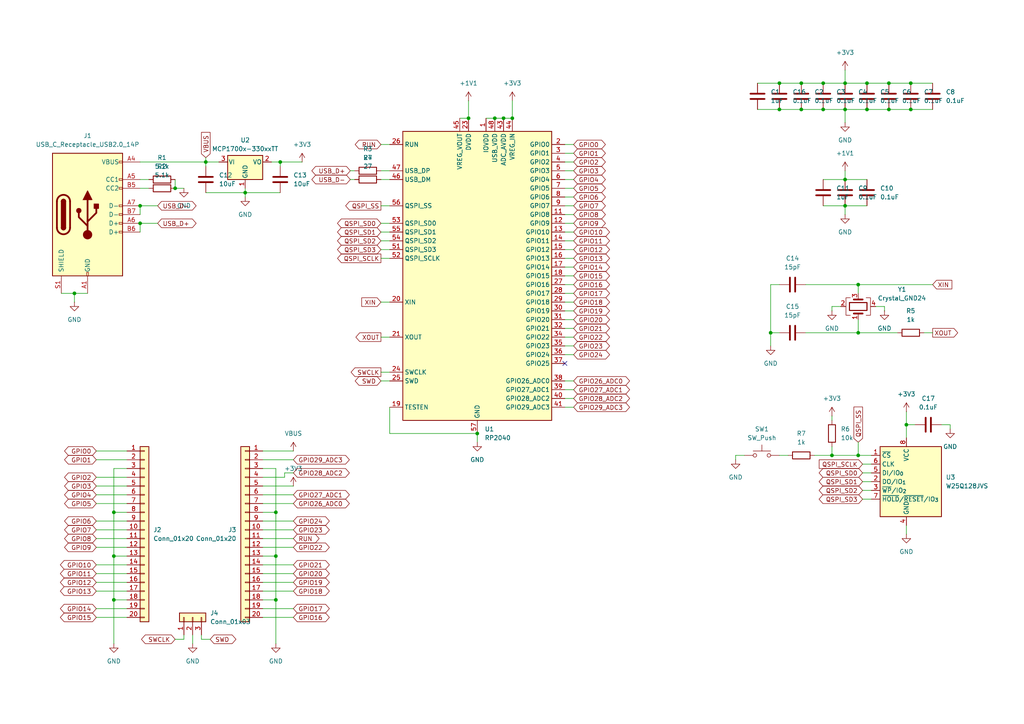
<source format=kicad_sch>
(kicad_sch (version 20250114) (generator "eeschema") (generator_version "9.0")
  (paper "A4")
  (lib_symbols
    (symbol "C_1" (pin_numbers (hide yes)) (pin_names (offset 0.254))
      (property "Reference" "C" (at 0.635 2.54 0))
      (property "Value" "C" (at 0.635 -2.54 0))
      (symbol "C_1_1_1"
        (pin passive line (at 0 3.81 270) (length 2.794) (name "~") (number "1"))
        (pin passive line (at 0 -3.81 90) (length 2.794) (name "~") (number "2"))
      )
    )
    (symbol "Connector:USB_C_Receptacle_USB2.0_14P" (pin_names (offset 1.016))
      (property "Reference" "J" (at 0 22.225 0))
      (property "Value" "USB_C_Receptacle_USB2.0_14P" (at 0 19.685 0))
      (symbol "USB_C_Receptacle_USB2.0_14P_1_1"
        (pin passive line (at -7.62 -22.86 90) (length 5.08) (name "SHIELD") (number "S1"))
        (pin passive line (at 0 -22.86 90) (length 5.08) (name "GND") (number "A1"))
        (pin passive line (at 0 -22.86 90) (length 5.08) (hide yes) (name "GND") (number "A12"))
        (pin passive line (at 0 -22.86 90) (length 5.08) (hide yes) (name "GND") (number "B1"))
        (pin passive line (at 0 -22.86 90) (length 5.08) (hide yes) (name "GND") (number "B12"))
        (pin passive line (at 15.24 15.24 180) (length 5.08) (name "VBUS") (number "A4"))
        (pin passive line (at 15.24 15.24 180) (length 5.08) (hide yes) (name "VBUS") (number "A9"))
        (pin passive line (at 15.24 15.24 180) (length 5.08) (hide yes) (name "VBUS") (number "B4"))
        (pin passive line (at 15.24 15.24 180) (length 5.08) (hide yes) (name "VBUS") (number "B9"))
        (pin bidirectional line (at 15.24 10.16 180) (length 5.08) (name "CC1") (number "A5"))
        (pin bidirectional line (at 15.24 7.62 180) (length 5.08) (name "CC2") (number "B5"))
        (pin bidirectional line (at 15.24 2.54 180) (length 5.08) (name "D-") (number "A7"))
        (pin bidirectional line (at 15.24 0 180) (length 5.08) (name "D-") (number "B7"))
        (pin bidirectional line (at 15.24 -2.54 180) (length 5.08) (name "D+") (number "A6"))
        (pin bidirectional line (at 15.24 -5.08 180) (length 5.08) (name "D+") (number "B6"))
      )
    )
    (symbol "Connector_Generic:Conn_01x03" (pin_names (offset 1.016) (hide yes))
      (property "Reference" "J" (at 0 5.08 0))
      (property "Value" "Conn_01x03" (at 0 -5.08 0))
      (symbol "Conn_01x03_1_1"
        (pin passive line (at -5.08 2.54 0) (length 3.81) (name "Pin_1") (number "1"))
        (pin passive line (at -5.08 0 0) (length 3.81) (name "Pin_2") (number "2"))
        (pin passive line (at -5.08 -2.54 0) (length 3.81) (name "Pin_3") (number "3"))
      )
    )
    (symbol "Connector_Generic:Conn_01x20" (pin_names (offset 1.016) (hide yes))
      (property "Reference" "J" (at 0 25.4 0))
      (property "Value" "Conn_01x20" (at 0 -27.94 0))
      (symbol "Conn_01x20_1_1"
        (pin passive line (at -5.08 22.86 0) (length 3.81) (name "Pin_1") (number "1"))
        (pin passive line (at -5.08 20.32 0) (length 3.81) (name "Pin_2") (number "2"))
        (pin passive line (at -5.08 17.78 0) (length 3.81) (name "Pin_3") (number "3"))
        (pin passive line (at -5.08 15.24 0) (length 3.81) (name "Pin_4") (number "4"))
        (pin passive line (at -5.08 12.7 0) (length 3.81) (name "Pin_5") (number "5"))
        (pin passive line (at -5.08 10.16 0) (length 3.81) (name "Pin_6") (number "6"))
        (pin passive line (at -5.08 7.62 0) (length 3.81) (name "Pin_7") (number "7"))
        (pin passive line (at -5.08 5.08 0) (length 3.81) (name "Pin_8") (number "8"))
        (pin passive line (at -5.08 2.54 0) (length 3.81) (name "Pin_9") (number "9"))
        (pin passive line (at -5.08 0 0) (length 3.81) (name "Pin_10") (number "10"))
        (pin passive line (at -5.08 -2.54 0) (length 3.81) (name "Pin_11") (number "11"))
        (pin passive line (at -5.08 -5.08 0) (length 3.81) (name "Pin_12") (number "12"))
        (pin passive line (at -5.08 -7.62 0) (length 3.81) (name "Pin_13") (number "13"))
        (pin passive line (at -5.08 -10.16 0) (length 3.81) (name "Pin_14") (number "14"))
        (pin passive line (at -5.08 -12.7 0) (length 3.81) (name "Pin_15") (number "15"))
        (pin passive line (at -5.08 -15.24 0) (length 3.81) (name "Pin_16") (number "16"))
        (pin passive line (at -5.08 -17.78 0) (length 3.81) (name "Pin_17") (number "17"))
        (pin passive line (at -5.08 -20.32 0) (length 3.81) (name "Pin_18") (number "18"))
        (pin passive line (at -5.08 -22.86 0) (length 3.81) (name "Pin_19") (number "19"))
        (pin passive line (at -5.08 -25.4 0) (length 3.81) (name "Pin_20") (number "20"))
      )
    )
    (symbol "Device:C" (pin_numbers (hide yes)) (pin_names (offset 0.254))
      (property "Reference" "C" (at 0.635 2.54 0))
      (property "Value" "C" (at 0.635 -2.54 0))
      (symbol "C_1_1"
        (pin passive line (at 0 3.81 270) (length 2.794) (name "~") (number "1"))
        (pin passive line (at 0 -3.81 90) (length 2.794) (name "~") (number "2"))
      )
    )
    (symbol "Device:Crystal_GND24" (pin_names (offset 1.016) (hide yes))
      (property "Reference" "Y" (at 3.175 5.08 0))
      (property "Value" "Crystal_GND24" (at 3.175 3.175 0))
      (symbol "Crystal_GND24_1_1"
        (pin passive line (at -3.81 0 0) (length 1.27) (name "1") (number "1"))
        (pin passive line (at 0 5.08 270) (length 1.27) (name "2") (number "2"))
        (pin passive line (at 0 -5.08 90) (length 1.27) (name "4") (number "4"))
        (pin passive line (at 3.81 0 180) (length 1.27) (name "3") (number "3"))
      )
    )
    (symbol "Device:R" (pin_numbers (hide yes)) (pin_names (offset 0))
      (property "Reference" "R" (at 2.032 0 90))
      (property "Value" "R" (at 0 0 90))
      (symbol "R_1_1"
        (pin passive line (at 0 3.81 270) (length 1.27) (name "~") (number "1"))
        (pin passive line (at 0 -3.81 90) (length 1.27) (name "~") (number "2"))
      )
    )
    (symbol "MCU_RaspberryPi:RP2040"
      (property "Reference" "U" (at 17.78 45.72 0))
      (property "Value" "RP2040" (at 17.78 43.18 0))
      (symbol "RP2040_1_1"
        (pin input line (at -25.4 38.1 0) (length 3.81) (name "RUN") (number "26"))
        (pin bidirectional line (at -25.4 30.48 0) (length 3.81) (name "USB_DP") (number "47"))
        (pin bidirectional line (at -25.4 27.94 0) (length 3.81) (name "USB_DM") (number "46"))
        (pin bidirectional line (at -25.4 20.32 0) (length 3.81) (name "QSPI_SS") (number "56"))
        (pin bidirectional line (at -25.4 15.24 0) (length 3.81) (name "QSPI_SD0") (number "53"))
        (pin bidirectional line (at -25.4 12.7 0) (length 3.81) (name "QSPI_SD1") (number "55"))
        (pin bidirectional line (at -25.4 10.16 0) (length 3.81) (name "QSPI_SD2") (number "54"))
        (pin bidirectional line (at -25.4 7.62 0) (length 3.81) (name "QSPI_SD3") (number "51"))
        (pin output line (at -25.4 5.08 0) (length 3.81) (name "QSPI_SCLK") (number "52"))
        (pin input line (at -25.4 -7.62 0) (length 3.81) (name "XIN") (number "20"))
        (pin passive line (at -25.4 -17.78 0) (length 3.81) (name "XOUT") (number "21"))
        (pin input line (at -25.4 -27.94 0) (length 3.81) (name "SWCLK") (number "24"))
        (pin bidirectional line (at -25.4 -30.48 0) (length 3.81) (name "SWD") (number "25"))
        (pin input line (at -25.4 -38.1 0) (length 3.81) (name "TESTEN") (number "19"))
        (pin power_out line (at -5.08 45.72 270) (length 3.81) (name "VREG_VOUT") (number "45"))
        (pin power_in line (at -2.54 45.72 270) (length 3.81) (name "DVDD") (number "23"))
        (pin passive line (at -2.54 45.72 270) (length 3.81) (hide yes) (name "DVDD") (number "50"))
        (pin power_in line (at 0 -45.72 90) (length 3.81) (name "GND") (number "57"))
        (pin power_in line (at 2.54 45.72 270) (length 3.81) (name "IOVDD") (number "1"))
        (pin passive line (at 2.54 45.72 270) (length 3.81) (hide yes) (name "IOVDD") (number "10"))
        (pin passive line (at 2.54 45.72 270) (length 3.81) (hide yes) (name "IOVDD") (number "22"))
        (pin passive line (at 2.54 45.72 270) (length 3.81) (hide yes) (name "IOVDD") (number "33"))
        (pin passive line (at 2.54 45.72 270) (length 3.81) (hide yes) (name "IOVDD") (number "42"))
        (pin passive line (at 2.54 45.72 270) (length 3.81) (hide yes) (name "IOVDD") (number "49"))
        (pin power_in line (at 5.08 45.72 270) (length 3.81) (name "USB_VDD") (number "48"))
        (pin power_in line (at 7.62 45.72 270) (length 3.81) (name "ADC_AVDD") (number "43"))
        (pin power_in line (at 10.16 45.72 270) (length 3.81) (name "VREG_IN") (number "44"))
        (pin bidirectional line (at 25.4 38.1 180) (length 3.81) (name "GPIO0") (number "2"))
        (pin bidirectional line (at 25.4 35.56 180) (length 3.81) (name "GPIO1") (number "3"))
        (pin bidirectional line (at 25.4 33.02 180) (length 3.81) (name "GPIO2") (number "4"))
        (pin bidirectional line (at 25.4 30.48 180) (length 3.81) (name "GPIO3") (number "5"))
        (pin bidirectional line (at 25.4 27.94 180) (length 3.81) (name "GPIO4") (number "6"))
        (pin bidirectional line (at 25.4 25.4 180) (length 3.81) (name "GPIO5") (number "7"))
        (pin bidirectional line (at 25.4 22.86 180) (length 3.81) (name "GPIO6") (number "8"))
        (pin bidirectional line (at 25.4 20.32 180) (length 3.81) (name "GPIO7") (number "9"))
        (pin bidirectional line (at 25.4 17.78 180) (length 3.81) (name "GPIO8") (number "11"))
        (pin bidirectional line (at 25.4 15.24 180) (length 3.81) (name "GPIO9") (number "12"))
        (pin bidirectional line (at 25.4 12.7 180) (length 3.81) (name "GPIO10") (number "13"))
        (pin bidirectional line (at 25.4 10.16 180) (length 3.81) (name "GPIO11") (number "14"))
        (pin bidirectional line (at 25.4 7.62 180) (length 3.81) (name "GPIO12") (number "15"))
        (pin bidirectional line (at 25.4 5.08 180) (length 3.81) (name "GPIO13") (number "16"))
        (pin bidirectional line (at 25.4 2.54 180) (length 3.81) (name "GPIO14") (number "17"))
        (pin bidirectional line (at 25.4 0 180) (length 3.81) (name "GPIO15") (number "18"))
        (pin bidirectional line (at 25.4 -2.54 180) (length 3.81) (name "GPIO16") (number "27"))
        (pin bidirectional line (at 25.4 -5.08 180) (length 3.81) (name "GPIO17") (number "28"))
        (pin bidirectional line (at 25.4 -7.62 180) (length 3.81) (name "GPIO18") (number "29"))
        (pin bidirectional line (at 25.4 -10.16 180) (length 3.81) (name "GPIO19") (number "30"))
        (pin bidirectional line (at 25.4 -12.7 180) (length 3.81) (name "GPIO20") (number "31"))
        (pin bidirectional line (at 25.4 -15.24 180) (length 3.81) (name "GPIO21") (number "32"))
        (pin bidirectional line (at 25.4 -17.78 180) (length 3.81) (name "GPIO22") (number "34"))
        (pin bidirectional line (at 25.4 -20.32 180) (length 3.81) (name "GPIO23") (number "35"))
        (pin bidirectional line (at 25.4 -22.86 180) (length 3.81) (name "GPIO24") (number "36"))
        (pin bidirectional line (at 25.4 -25.4 180) (length 3.81) (name "GPIO25") (number "37"))
        (pin bidirectional line (at 25.4 -30.48 180) (length 3.81) (name "GPIO26_ADC0") (number "38"))
        (pin bidirectional line (at 25.4 -33.02 180) (length 3.81) (name "GPIO27_ADC1") (number "39"))
        (pin bidirectional line (at 25.4 -35.56 180) (length 3.81) (name "GPIO28_ADC2") (number "40"))
        (pin bidirectional line (at 25.4 -38.1 180) (length 3.81) (name "GPIO29_ADC3") (number "41"))
      )
    )
    (symbol "Memory_Flash:W25Q128JVS"
      (property "Reference" "U" (at -6.35 11.43 0))
      (property "Value" "W25Q128JVS" (at 7.62 11.43 0))
      (symbol "W25Q128JVS_1_1"
        (pin input line (at -10.16 7.62 0) (length 2.54) (name "~{CS}") (number "1"))
        (pin input line (at -10.16 5.08 0) (length 2.54) (name "CLK") (number "6"))
        (pin bidirectional line (at -10.16 2.54 0) (length 2.54) (name "DI/IO_{0}") (number "5"))
        (pin bidirectional line (at -10.16 0 0) (length 2.54) (name "DO/IO_{1}") (number "2"))
        (pin bidirectional line (at -10.16 -2.54 0) (length 2.54) (name "~{WP}/IO_{2}") (number "3"))
        (pin bidirectional line (at -10.16 -5.08 0) (length 2.54) (name "~{HOLD}/~{RESET}/IO_{3}") (number "7"))
        (pin power_in line (at 0 12.7 270) (length 2.54) (name "VCC") (number "8"))
        (pin power_in line (at 0 -12.7 90) (length 2.54) (name "GND") (number "4"))
      )
    )
    (symbol "Regulator_Linear:MCP1700x-330xxTT" (pin_names (offset 0.254))
      (property "Reference" "U" (at -3.81 3.175 0))
      (property "Value" "MCP1700x-330xxTT" (at 0 3.175 0))
      (symbol "MCP1700x-330xxTT_1_1"
        (pin power_in line (at -7.62 0 0) (length 2.54) (name "VI") (number "3"))
        (pin power_in line (at 0 -7.62 90) (length 2.54) (name "GND") (number "1"))
        (pin power_out line (at 7.62 0 180) (length 2.54) (name "VO") (number "2"))
      )
    )
    (symbol "Switch:SW_Push" (pin_numbers (hide yes)) (pin_names (offset 1.016) (hide yes))
      (property "Reference" "SW" (at 1.27 2.54 0))
      (property "Value" "SW_Push" (at 0 -1.524 0))
      (symbol "SW_Push_0_1"
        (pin passive line (at -5.08 0 0) (length 2.54) (name "1") (number "1"))
        (pin passive line (at 5.08 0 180) (length 2.54) (name "2") (number "2"))
      )
    )
    (symbol "power:+1V1" (power) (pin_numbers (hide yes)) (pin_names (offset 0) (hide yes))
      (property "Value" "+1V1" (at 0 3.556 0))
      (symbol "+1V1_1_1"
        (pin power_in line (at 0 0 90) (length 0) (name "~") (number "1"))
      )
    )
    (symbol "power:+3V3" (power) (pin_numbers (hide yes)) (pin_names (offset 0) (hide yes))
      (property "Value" "+3V3" (at 0 3.556 0))
      (symbol "+3V3_1_1"
        (pin power_in line (at 0 0 90) (length 0) (name "~") (number "1"))
      )
    )
    (symbol "power:GND" (power) (pin_numbers (hide yes)) (pin_names (offset 0) (hide yes))
      (property "Value" "GND" (at 0 -3.81 0))
      (symbol "GND_1_1"
        (pin power_in line (at 0 0 270) (length 0) (name "~") (number "1"))
      )
    )
    (symbol "power:VBUS" (power) (pin_numbers (hide yes)) (pin_names (offset 0) (hide yes))
      (property "Value" "VBUS" (at 0 3.556 0))
      (symbol "VBUS_1_1"
        (pin power_in line (at 0 0 90) (length 0) (name "~") (number "1"))
      )
    )
  )
  (junction (at 59.69 46.99))
  (junction (at 251.46 24.13))
  (junction (at 238.76 31.75))
  (junction (at 80.01 173.99))
  (junction (at 264.16 24.13))
  (junction (at 33.02 148.59))
  (junction (at 135.89 34.29))
  (junction (at 71.12 55.88))
  (junction (at 80.01 161.29))
  (junction (at 251.46 31.75))
  (junction (at 226.06 24.13))
  (junction (at 33.02 161.29))
  (junction (at 245.11 52.07))
  (junction (at 248.92 132.08))
  (junction (at 33.02 173.99))
  (junction (at 232.41 24.13))
  (junction (at 223.52 96.52))
  (junction (at 80.01 148.59))
  (junction (at 81.28 46.99))
  (junction (at 245.11 24.13))
  (junction (at 248.92 96.52))
  (junction (at 257.81 24.13))
  (junction (at 148.59 34.29))
  (junction (at 138.43 125.73))
  (junction (at 50.8 54.61))
  (junction (at 241.3 132.08))
  (junction (at 226.06 31.75))
  (junction (at 264.16 31.75))
  (junction (at 40.64 59.69))
  (junction (at 262.89 123.19))
  (junction (at 245.11 59.69))
  (junction (at 238.76 24.13))
  (junction (at 40.64 64.77))
  (junction (at 143.51 34.29))
  (junction (at 21.59 85.09))
  (junction (at 245.11 31.75))
  (junction (at 232.41 31.75))
  (junction (at 146.05 34.29))
  (junction (at 248.92 82.55))
  (junction (at 257.81 31.75))
  (no_connect (at 163.83 105.41))
  (wire (pts (xy 248.92 132.08) (xy 252.73 132.08)))
  (wire (pts (xy 163.83 57.15) (xy 166.37 57.15)))
  (wire (pts (xy 33.02 148.59) (xy 33.02 135.89)))
  (wire (pts (xy 80.01 161.29) (xy 80.01 173.99)))
  (wire (pts (xy 250.19 139.7) (xy 252.73 139.7)))
  (wire (pts (xy 27.94 179.07) (xy 36.83 179.07)))
  (wire (pts (xy 76.2 166.37) (xy 85.09 166.37)))
  (wire (pts (xy 146.05 34.29) (xy 148.59 34.29)))
  (wire (pts (xy 33.02 161.29) (xy 36.83 161.29)))
  (wire (pts (xy 59.69 46.99) (xy 63.5 46.99)))
  (wire (pts (xy 248.92 82.55) (xy 248.92 85.09)))
  (wire (pts (xy 76.2 173.99) (xy 80.01 173.99)))
  (wire (pts (xy 110.49 67.31) (xy 113.03 67.31)))
  (wire (pts (xy 110.49 74.93) (xy 113.03 74.93)))
  (wire (pts (xy 81.28 48.26) (xy 81.28 46.99)))
  (wire (pts (xy 163.83 110.49) (xy 166.37 110.49)))
  (wire (pts (xy 163.83 102.87) (xy 166.37 102.87)))
  (wire (pts (xy 53.34 54.61) (xy 50.8 54.61)))
  (wire (pts (xy 40.64 64.77) (xy 45.72 64.77)))
  (wire (pts (xy 264.16 24.13) (xy 270.51 24.13)))
  (wire (pts (xy 226.06 24.13) (xy 232.41 24.13)))
  (wire (pts (xy 241.3 88.9) (xy 243.84 88.9)))
  (wire (pts (xy 163.83 44.45) (xy 166.37 44.45)))
  (wire (pts (xy 163.83 41.91) (xy 166.37 41.91)))
  (wire (pts (xy 238.76 31.75) (xy 245.11 31.75)))
  (wire (pts (xy 260.35 96.52) (xy 248.92 96.52)))
  (wire (pts (xy 76.2 153.67) (xy 85.09 153.67)))
  (wire (pts (xy 27.94 158.75) (xy 36.83 158.75)))
  (wire (pts (xy 133.35 34.29) (xy 135.89 34.29)))
  (wire (pts (xy 59.69 55.88) (xy 71.12 55.88)))
  (wire (pts (xy 251.46 31.75) (xy 257.81 31.75)))
  (wire (pts (xy 250.19 144.78) (xy 252.73 144.78)))
  (wire (pts (xy 80.01 135.89) (xy 80.01 148.59)))
  (wire (pts (xy 53.34 184.15) (xy 53.34 185.42)))
  (wire (pts (xy 250.19 134.62) (xy 252.73 134.62)))
  (wire (pts (xy 113.03 125.73) (xy 138.43 125.73)))
  (wire (pts (xy 219.71 31.75) (xy 226.06 31.75)))
  (wire (pts (xy 71.12 55.88) (xy 71.12 57.15)))
  (wire (pts (xy 50.8 54.61) (xy 50.8 52.07)))
  (wire (pts (xy 256.54 88.9) (xy 256.54 90.17)))
  (wire (pts (xy 238.76 24.13) (xy 245.11 24.13)))
  (wire (pts (xy 33.02 173.99) (xy 36.83 173.99)))
  (wire (pts (xy 110.49 52.07) (xy 113.03 52.07)))
  (wire (pts (xy 163.83 95.25) (xy 166.37 95.25)))
  (wire (pts (xy 262.89 152.4) (xy 262.89 154.94)))
  (wire (pts (xy 59.69 46.99) (xy 59.69 48.26)))
  (wire (pts (xy 110.49 49.53) (xy 113.03 49.53)))
  (wire (pts (xy 27.94 176.53) (xy 36.83 176.53)))
  (wire (pts (xy 40.64 52.07) (xy 43.18 52.07)))
  (wire (pts (xy 53.34 185.42) (xy 50.8 185.42)))
  (wire (pts (xy 245.11 31.75) (xy 251.46 31.75)))
  (wire (pts (xy 245.11 49.53) (xy 245.11 52.07)))
  (wire (pts (xy 267.97 96.52) (xy 270.51 96.52)))
  (wire (pts (xy 250.19 142.24) (xy 252.73 142.24)))
  (wire (pts (xy 81.28 46.99) (xy 87.63 46.99)))
  (wire (pts (xy 213.36 133.35) (xy 213.36 132.08)))
  (wire (pts (xy 76.2 151.13) (xy 85.09 151.13)))
  (wire (pts (xy 245.11 24.13) (xy 251.46 24.13)))
  (wire (pts (xy 33.02 135.89) (xy 36.83 135.89)))
  (wire (pts (xy 80.01 173.99) (xy 80.01 186.69)))
  (wire (pts (xy 163.83 82.55) (xy 166.37 82.55)))
  (wire (pts (xy 58.42 184.15) (xy 58.42 185.42)))
  (wire (pts (xy 163.83 69.85) (xy 166.37 69.85)))
  (wire (pts (xy 223.52 82.55) (xy 223.52 96.52)))
  (wire (pts (xy 110.49 69.85) (xy 113.03 69.85)))
  (wire (pts (xy 27.94 166.37) (xy 36.83 166.37)))
  (wire (pts (xy 140.97 34.29) (xy 143.51 34.29)))
  (wire (pts (xy 245.11 59.69) (xy 245.11 62.23)))
  (wire (pts (xy 163.83 59.69) (xy 166.37 59.69)))
  (wire (pts (xy 163.83 54.61) (xy 166.37 54.61)))
  (wire (pts (xy 58.42 185.42) (xy 60.96 185.42)))
  (wire (pts (xy 223.52 96.52) (xy 223.52 100.33)))
  (wire (pts (xy 82.55 138.43) (xy 76.2 138.43)))
  (wire (pts (xy 163.83 85.09) (xy 166.37 85.09)))
  (wire (pts (xy 233.68 82.55) (xy 248.92 82.55)))
  (wire (pts (xy 238.76 52.07) (xy 245.11 52.07)))
  (wire (pts (xy 40.64 64.77) (xy 40.64 67.31)))
  (wire (pts (xy 76.2 148.59) (xy 80.01 148.59)))
  (wire (pts (xy 163.83 90.17) (xy 166.37 90.17)))
  (wire (pts (xy 17.78 85.09) (xy 21.59 85.09)))
  (wire (pts (xy 238.76 59.69) (xy 245.11 59.69)))
  (wire (pts (xy 110.49 59.69) (xy 113.03 59.69)))
  (wire (pts (xy 163.83 67.31) (xy 166.37 67.31)))
  (wire (pts (xy 40.64 59.69) (xy 45.72 59.69)))
  (wire (pts (xy 163.83 80.01) (xy 166.37 80.01)))
  (wire (pts (xy 245.11 20.32) (xy 245.11 24.13)))
  (wire (pts (xy 76.2 168.91) (xy 85.09 168.91)))
  (wire (pts (xy 163.83 115.57) (xy 166.37 115.57)))
  (wire (pts (xy 21.59 85.09) (xy 21.59 87.63)))
  (wire (pts (xy 55.88 184.15) (xy 55.88 186.69)))
  (wire (pts (xy 110.49 64.77) (xy 113.03 64.77)))
  (wire (pts (xy 241.3 90.17) (xy 241.3 88.9)))
  (wire (pts (xy 76.2 163.83) (xy 85.09 163.83)))
  (wire (pts (xy 101.6 52.07) (xy 102.87 52.07)))
  (wire (pts (xy 163.83 92.71) (xy 166.37 92.71)))
  (wire (pts (xy 248.92 82.55) (xy 270.51 82.55)))
  (wire (pts (xy 250.19 137.16) (xy 252.73 137.16)))
  (wire (pts (xy 262.89 123.19) (xy 262.89 127)))
  (wire (pts (xy 76.2 156.21) (xy 85.09 156.21)))
  (wire (pts (xy 110.49 72.39) (xy 113.03 72.39)))
  (wire (pts (xy 163.83 74.93) (xy 166.37 74.93)))
  (wire (pts (xy 27.94 151.13) (xy 36.83 151.13)))
  (wire (pts (xy 81.28 46.99) (xy 78.74 46.99)))
  (wire (pts (xy 148.59 29.21) (xy 148.59 34.29)))
  (wire (pts (xy 163.83 72.39) (xy 166.37 72.39)))
  (wire (pts (xy 163.83 46.99) (xy 166.37 46.99)))
  (wire (pts (xy 76.2 140.97) (xy 85.09 140.97)))
  (wire (pts (xy 163.83 113.03) (xy 166.37 113.03)))
  (wire (pts (xy 110.49 97.79) (xy 113.03 97.79)))
  (wire (pts (xy 251.46 24.13) (xy 257.81 24.13)))
  (wire (pts (xy 101.6 49.53) (xy 102.87 49.53)))
  (wire (pts (xy 76.2 161.29) (xy 80.01 161.29)))
  (wire (pts (xy 82.55 137.16) (xy 82.55 138.43)))
  (wire (pts (xy 110.49 107.95) (xy 113.03 107.95)))
  (wire (pts (xy 40.64 59.69) (xy 40.64 62.23)))
  (wire (pts (xy 27.94 140.97) (xy 36.83 140.97)))
  (wire (pts (xy 113.03 118.11) (xy 113.03 125.73)))
  (wire (pts (xy 27.94 143.51) (xy 36.83 143.51)))
  (wire (pts (xy 76.2 146.05) (xy 85.09 146.05)))
  (wire (pts (xy 248.92 96.52) (xy 248.92 92.71)))
  (wire (pts (xy 163.83 87.63) (xy 166.37 87.63)))
  (wire (pts (xy 241.3 129.54) (xy 241.3 132.08)))
  (wire (pts (xy 76.2 135.89) (xy 80.01 135.89)))
  (wire (pts (xy 21.59 85.09) (xy 25.4 85.09)))
  (wire (pts (xy 241.3 132.08) (xy 248.92 132.08)))
  (wire (pts (xy 71.12 54.61) (xy 71.12 55.88)))
  (wire (pts (xy 241.3 120.65) (xy 241.3 121.92)))
  (wire (pts (xy 264.16 31.75) (xy 270.51 31.75)))
  (wire (pts (xy 33.02 173.99) (xy 33.02 161.29)))
  (wire (pts (xy 33.02 148.59) (xy 36.83 148.59)))
  (wire (pts (xy 59.69 45.72) (xy 59.69 46.99)))
  (wire (pts (xy 262.89 123.19) (xy 265.43 123.19)))
  (wire (pts (xy 33.02 186.69) (xy 33.02 173.99)))
  (wire (pts (xy 245.11 52.07) (xy 251.46 52.07)))
  (wire (pts (xy 233.68 96.52) (xy 248.92 96.52)))
  (wire (pts (xy 248.92 128.27) (xy 248.92 132.08)))
  (wire (pts (xy 33.02 161.29) (xy 33.02 148.59)))
  (wire (pts (xy 110.49 110.49) (xy 113.03 110.49)))
  (wire (pts (xy 76.2 130.81) (xy 85.09 130.81)))
  (wire (pts (xy 273.05 123.19) (xy 275.59 123.19)))
  (wire (pts (xy 232.41 24.13) (xy 238.76 24.13)))
  (wire (pts (xy 163.83 77.47) (xy 166.37 77.47)))
  (wire (pts (xy 27.94 156.21) (xy 36.83 156.21)))
  (wire (pts (xy 219.71 24.13) (xy 226.06 24.13)))
  (wire (pts (xy 257.81 31.75) (xy 264.16 31.75)))
  (wire (pts (xy 262.89 119.38) (xy 262.89 123.19)))
  (wire (pts (xy 110.49 41.91) (xy 113.03 41.91)))
  (wire (pts (xy 27.94 171.45) (xy 36.83 171.45)))
  (wire (pts (xy 232.41 31.75) (xy 238.76 31.75)))
  (wire (pts (xy 163.83 64.77) (xy 166.37 64.77)))
  (wire (pts (xy 163.83 100.33) (xy 166.37 100.33)))
  (wire (pts (xy 27.94 130.81) (xy 36.83 130.81)))
  (wire (pts (xy 226.06 31.75) (xy 232.41 31.75)))
  (wire (pts (xy 80.01 148.59) (xy 80.01 161.29)))
  (wire (pts (xy 254 88.9) (xy 256.54 88.9)))
  (wire (pts (xy 76.2 176.53) (xy 85.09 176.53)))
  (wire (pts (xy 85.09 137.16) (xy 82.55 137.16)))
  (wire (pts (xy 40.64 54.61) (xy 43.18 54.61)))
  (wire (pts (xy 236.22 132.08) (xy 241.3 132.08)))
  (wire (pts (xy 213.36 132.08) (xy 215.9 132.08)))
  (wire (pts (xy 275.59 123.19) (xy 275.59 124.46)))
  (wire (pts (xy 40.64 46.99) (xy 59.69 46.99)))
  (wire (pts (xy 226.06 132.08) (xy 228.6 132.08)))
  (wire (pts (xy 138.43 125.73) (xy 138.43 128.27)))
  (wire (pts (xy 76.2 133.35) (xy 85.09 133.35)))
  (wire (pts (xy 143.51 34.29) (xy 146.05 34.29)))
  (wire (pts (xy 245.11 59.69) (xy 251.46 59.69)))
  (wire (pts (xy 110.49 87.63) (xy 113.03 87.63)))
  (wire (pts (xy 163.83 62.23) (xy 166.37 62.23)))
  (wire (pts (xy 27.94 146.05) (xy 36.83 146.05)))
  (wire (pts (xy 76.2 158.75) (xy 85.09 158.75)))
  (wire (pts (xy 71.12 55.88) (xy 81.28 55.88)))
  (wire (pts (xy 163.83 52.07) (xy 166.37 52.07)))
  (wire (pts (xy 27.94 133.35) (xy 36.83 133.35)))
  (wire (pts (xy 135.89 29.21) (xy 135.89 34.29)))
  (wire (pts (xy 76.2 143.51) (xy 85.09 143.51)))
  (wire (pts (xy 245.11 31.75) (xy 245.11 35.56)))
  (wire (pts (xy 257.81 24.13) (xy 264.16 24.13)))
  (wire (pts (xy 76.2 171.45) (xy 85.09 171.45)))
  (wire (pts (xy 163.83 97.79) (xy 166.37 97.79)))
  (wire (pts (xy 76.2 179.07) (xy 85.09 179.07)))
  (wire (pts (xy 223.52 96.52) (xy 226.06 96.52)))
  (wire (pts (xy 27.94 153.67) (xy 36.83 153.67)))
  (wire (pts (xy 163.83 118.11) (xy 166.37 118.11)))
  (wire (pts (xy 163.83 49.53) (xy 166.37 49.53)))
  (wire (pts (xy 226.06 82.55) (xy 223.52 82.55)))
  (wire (pts (xy 27.94 163.83) (xy 36.83 163.83)))
  (wire (pts (xy 27.94 168.91) (xy 36.83 168.91)))
  (wire (pts (xy 27.94 138.43) (xy 36.83 138.43)))
  (global_label "GPIO28_ADC2" (shape bidirectional) (at 85.09 137.16 0) (property "Intersheetrefs" "${INTERSHEET_REFS}" (effects (hide yes))))
  (global_label "SWCLK" (shape bidirectional) (at 50.8 185.42 180) (property "Intersheetrefs" "${INTERSHEET_REFS}" (effects (hide yes))))
  (global_label "QSPI_SD0" (shape bidirectional) (at 110.49 64.77 180) (property "Intersheetrefs" "${INTERSHEET_REFS}" (effects (hide yes))))
  (global_label "GPIO8" (shape bidirectional) (at 27.94 156.21 180) (property "Intersheetrefs" "${INTERSHEET_REFS}" (effects (hide yes))))
  (global_label "GPIO20" (shape bidirectional) (at 85.09 166.37 0) (property "Intersheetrefs" "${INTERSHEET_REFS}" (effects (hide yes))))
  (global_label "SWD" (shape bidirectional) (at 60.96 185.42 0) (property "Intersheetrefs" "${INTERSHEET_REFS}" (effects (hide yes))))
  (global_label "GPIO22" (shape bidirectional) (at 85.09 158.75 0) (property "Intersheetrefs" "${INTERSHEET_REFS}" (effects (hide yes))))
  (global_label "GPIO19" (shape bidirectional) (at 166.37 90.17 0) (property "Intersheetrefs" "${INTERSHEET_REFS}" (effects (hide yes))))
  (global_label "GPIO14" (shape bidirectional) (at 27.94 176.53 180) (property "Intersheetrefs" "${INTERSHEET_REFS}" (effects (hide yes))))
  (global_label "GPIO22" (shape bidirectional) (at 166.37 97.79 0) (property "Intersheetrefs" "${INTERSHEET_REFS}" (effects (hide yes))))
  (global_label "GPIO0" (shape bidirectional) (at 27.94 130.81 180) (property "Intersheetrefs" "${INTERSHEET_REFS}" (effects (hide yes))))
  (global_label "GPIO24" (shape bidirectional) (at 166.37 102.87 0) (property "Intersheetrefs" "${INTERSHEET_REFS}" (effects (hide yes))))
  (global_label "GPIO17" (shape bidirectional) (at 85.09 176.53 0) (property "Intersheetrefs" "${INTERSHEET_REFS}" (effects (hide yes))))
  (global_label "QSPI_SD3" (shape bidirectional) (at 110.49 72.39 180) (property "Intersheetrefs" "${INTERSHEET_REFS}" (effects (hide yes))))
  (global_label "GPIO21" (shape bidirectional) (at 85.09 163.83 0) (property "Intersheetrefs" "${INTERSHEET_REFS}" (effects (hide yes))))
  (global_label "GPIO26_ADC0" (shape bidirectional) (at 166.37 110.49 0) (property "Intersheetrefs" "${INTERSHEET_REFS}" (effects (hide yes))))
  (global_label "QSPI_SD1" (shape bidirectional) (at 250.19 139.7 180) (property "Intersheetrefs" "${INTERSHEET_REFS}" (effects (hide yes))))
  (global_label "GPIO7" (shape bidirectional) (at 166.37 59.69 0) (property "Intersheetrefs" "${INTERSHEET_REFS}" (effects (hide yes))))
  (global_label "VBUS" (shape input) (at 59.69 45.72 90) (property "Intersheetrefs" "${INTERSHEET_REFS}" (effects (hide yes))))
  (global_label "GPIO29_ADC3" (shape bidirectional) (at 166.37 118.11 0) (property "Intersheetrefs" "${INTERSHEET_REFS}" (effects (hide yes))))
  (global_label "GPIO13" (shape bidirectional) (at 166.37 74.93 0) (property "Intersheetrefs" "${INTERSHEET_REFS}" (effects (hide yes))))
  (global_label "GPIO16" (shape bidirectional) (at 166.37 82.55 0) (property "Intersheetrefs" "${INTERSHEET_REFS}" (effects (hide yes))))
  (global_label "USB_D+" (shape bidirectional) (at 45.72 64.77 0) (property "Intersheetrefs" "${INTERSHEET_REFS}" (effects (hide yes))))
  (global_label "GPIO3" (shape bidirectional) (at 166.37 49.53 0) (property "Intersheetrefs" "${INTERSHEET_REFS}" (effects (hide yes))))
  (global_label "GPIO2" (shape bidirectional) (at 27.94 138.43 180) (property "Intersheetrefs" "${INTERSHEET_REFS}" (effects (hide yes))))
  (global_label "QSPI_SD1" (shape bidirectional) (at 110.49 67.31 180) (property "Intersheetrefs" "${INTERSHEET_REFS}" (effects (hide yes))))
  (global_label "USB_D-" (shape bidirectional) (at 101.6 52.07 180) (property "Intersheetrefs" "${INTERSHEET_REFS}" (effects (hide yes))))
  (global_label "GPIO29_ADC3" (shape bidirectional) (at 85.09 133.35 0) (property "Intersheetrefs" "${INTERSHEET_REFS}" (effects (hide yes))))
  (global_label "GPIO6" (shape bidirectional) (at 27.94 151.13 180) (property "Intersheetrefs" "${INTERSHEET_REFS}" (effects (hide yes))))
  (global_label "GPIO26_ADC0" (shape bidirectional) (at 85.09 146.05 0) (property "Intersheetrefs" "${INTERSHEET_REFS}" (effects (hide yes))))
  (global_label "GPIO3" (shape bidirectional) (at 27.94 140.97 180) (property "Intersheetrefs" "${INTERSHEET_REFS}" (effects (hide yes))))
  (global_label "QSPI_SD2" (shape bidirectional) (at 110.49 69.85 180) (property "Intersheetrefs" "${INTERSHEET_REFS}" (effects (hide yes))))
  (global_label "GPIO17" (shape bidirectional) (at 166.37 85.09 0) (property "Intersheetrefs" "${INTERSHEET_REFS}" (effects (hide yes))))
  (global_label "XIN" (shape input) (at 270.51 82.55 0) (property "Intersheetrefs" "${INTERSHEET_REFS}" (effects (hide yes))))
  (global_label "QSPI_SS" (shape input) (at 248.92 128.27 90) (property "Intersheetrefs" "${INTERSHEET_REFS}" (effects (hide yes))))
  (global_label "GPIO2" (shape bidirectional) (at 166.37 46.99 0) (property "Intersheetrefs" "${INTERSHEET_REFS}" (effects (hide yes))))
  (global_label "SWD" (shape bidirectional) (at 110.49 110.49 180) (property "Intersheetrefs" "${INTERSHEET_REFS}" (effects (hide yes))))
  (global_label "GPIO11" (shape bidirectional) (at 166.37 69.85 0) (property "Intersheetrefs" "${INTERSHEET_REFS}" (effects (hide yes))))
  (global_label "GPIO7" (shape bidirectional) (at 27.94 153.67 180) (property "Intersheetrefs" "${INTERSHEET_REFS}" (effects (hide yes))))
  (global_label "GPIO15" (shape bidirectional) (at 166.37 80.01 0) (property "Intersheetrefs" "${INTERSHEET_REFS}" (effects (hide yes))))
  (global_label "SWCLK" (shape output) (at 110.49 107.95 180) (property "Intersheetrefs" "${INTERSHEET_REFS}" (effects (hide yes))))
  (global_label "XOUT" (shape output) (at 110.49 97.79 180) (property "Intersheetrefs" "${INTERSHEET_REFS}" (effects (hide yes))))
  (global_label "GPIO5" (shape bidirectional) (at 27.94 146.05 180) (property "Intersheetrefs" "${INTERSHEET_REFS}" (effects (hide yes))))
  (global_label "GPIO9" (shape bidirectional) (at 27.94 158.75 180) (property "Intersheetrefs" "${INTERSHEET_REFS}" (effects (hide yes))))
  (global_label "GPIO11" (shape bidirectional) (at 27.94 166.37 180) (property "Intersheetrefs" "${INTERSHEET_REFS}" (effects (hide yes))))
  (global_label "USB_D-" (shape bidirectional) (at 45.72 59.69 0) (property "Intersheetrefs" "${INTERSHEET_REFS}" (effects (hide yes))))
  (global_label "GPIO4" (shape bidirectional) (at 166.37 52.07 0) (property "Intersheetrefs" "${INTERSHEET_REFS}" (effects (hide yes))))
  (global_label "GPIO9" (shape bidirectional) (at 166.37 64.77 0) (property "Intersheetrefs" "${INTERSHEET_REFS}" (effects (hide yes))))
  (global_label "GPIO23" (shape bidirectional) (at 85.09 153.67 0) (property "Intersheetrefs" "${INTERSHEET_REFS}" (effects (hide yes))))
  (global_label "GPIO18" (shape bidirectional) (at 166.37 87.63 0) (property "Intersheetrefs" "${INTERSHEET_REFS}" (effects (hide yes))))
  (global_label "GPIO14" (shape bidirectional) (at 166.37 77.47 0) (property "Intersheetrefs" "${INTERSHEET_REFS}" (effects (hide yes))))
  (global_label "GPIO23" (shape bidirectional) (at 166.37 100.33 0) (property "Intersheetrefs" "${INTERSHEET_REFS}" (effects (hide yes))))
  (global_label "GPIO1" (shape bidirectional) (at 27.94 133.35 180) (property "Intersheetrefs" "${INTERSHEET_REFS}" (effects (hide yes))))
  (global_label "GPIO12" (shape bidirectional) (at 27.94 168.91 180) (property "Intersheetrefs" "${INTERSHEET_REFS}" (effects (hide yes))))
  (global_label "GPIO0" (shape bidirectional) (at 166.37 41.91 0) (property "Intersheetrefs" "${INTERSHEET_REFS}" (effects (hide yes))))
  (global_label "GPIO4" (shape bidirectional) (at 27.94 143.51 180) (property "Intersheetrefs" "${INTERSHEET_REFS}" (effects (hide yes))))
  (global_label "GPIO10" (shape bidirectional) (at 166.37 67.31 0) (property "Intersheetrefs" "${INTERSHEET_REFS}" (effects (hide yes))))
  (global_label "GPIO18" (shape bidirectional) (at 85.09 171.45 0) (property "Intersheetrefs" "${INTERSHEET_REFS}" (effects (hide yes))))
  (global_label "GPIO27_ADC1" (shape bidirectional) (at 85.09 143.51 0) (property "Intersheetrefs" "${INTERSHEET_REFS}" (effects (hide yes))))
  (global_label "GPIO28_ADC2" (shape bidirectional) (at 166.37 115.57 0) (property "Intersheetrefs" "${INTERSHEET_REFS}" (effects (hide yes))))
  (global_label "RUN" (shape bidirectional) (at 85.09 156.21 0) (property "Intersheetrefs" "${INTERSHEET_REFS}" (effects (hide yes))))
  (global_label "GPIO16" (shape bidirectional) (at 85.09 179.07 0) (property "Intersheetrefs" "${INTERSHEET_REFS}" (effects (hide yes))))
  (global_label "GPIO21" (shape bidirectional) (at 166.37 95.25 0) (property "Intersheetrefs" "${INTERSHEET_REFS}" (effects (hide yes))))
  (global_label "QSPI_SCLK" (shape output) (at 110.49 74.93 180) (property "Intersheetrefs" "${INTERSHEET_REFS}" (effects (hide yes))))
  (global_label "QSPI_SD2" (shape bidirectional) (at 250.19 142.24 180) (property "Intersheetrefs" "${INTERSHEET_REFS}" (effects (hide yes))))
  (global_label "QSPI_SS" (shape output) (at 110.49 59.69 180) (property "Intersheetrefs" "${INTERSHEET_REFS}" (effects (hide yes))))
  (global_label "QSPI_SD3" (shape bidirectional) (at 250.19 144.78 180) (property "Intersheetrefs" "${INTERSHEET_REFS}" (effects (hide yes))))
  (global_label "GPIO20" (shape bidirectional) (at 166.37 92.71 0) (property "Intersheetrefs" "${INTERSHEET_REFS}" (effects (hide yes))))
  (global_label "RUN" (shape bidirectional) (at 110.49 41.91 180) (property "Intersheetrefs" "${INTERSHEET_REFS}" (effects (hide yes))))
  (global_label "QSPI_SD0" (shape bidirectional) (at 250.19 137.16 180) (property "Intersheetrefs" "${INTERSHEET_REFS}" (effects (hide yes))))
  (global_label "GPIO12" (shape bidirectional) (at 166.37 72.39 0) (property "Intersheetrefs" "${INTERSHEET_REFS}" (effects (hide yes))))
  (global_label "GPIO10" (shape bidirectional) (at 27.94 163.83 180) (property "Intersheetrefs" "${INTERSHEET_REFS}" (effects (hide yes))))
  (global_label "GPIO5" (shape bidirectional) (at 166.37 54.61 0) (property "Intersheetrefs" "${INTERSHEET_REFS}" (effects (hide yes))))
  (global_label "GPIO6" (shape bidirectional) (at 166.37 57.15 0) (property "Intersheetrefs" "${INTERSHEET_REFS}" (effects (hide yes))))
  (global_label "GPIO27_ADC1" (shape bidirectional) (at 166.37 113.03 0) (property "Intersheetrefs" "${INTERSHEET_REFS}" (effects (hide yes))))
  (global_label "GPIO1" (shape bidirectional) (at 166.37 44.45 0) (property "Intersheetrefs" "${INTERSHEET_REFS}" (effects (hide yes))))
  (global_label "USB_D+" (shape bidirectional) (at 101.6 49.53 180) (property "Intersheetrefs" "${INTERSHEET_REFS}" (effects (hide yes))))
  (global_label "GPIO8" (shape bidirectional) (at 166.37 62.23 0) (property "Intersheetrefs" "${INTERSHEET_REFS}" (effects (hide yes))))
  (global_label "XIN" (shape input) (at 110.49 87.63 180) (property "Intersheetrefs" "${INTERSHEET_REFS}" (effects (hide yes))))
  (global_label "GPIO19" (shape bidirectional) (at 85.09 168.91 0) (property "Intersheetrefs" "${INTERSHEET_REFS}" (effects (hide yes))))
  (global_label "XOUT" (shape output) (at 270.51 96.52 0) (property "Intersheetrefs" "${INTERSHEET_REFS}" (effects (hide yes))))
  (global_label "GPIO24" (shape bidirectional) (at 85.09 151.13 0) (property "Intersheetrefs" "${INTERSHEET_REFS}" (effects (hide yes))))
  (global_label "GPIO15" (shape bidirectional) (at 27.94 179.07 180) (property "Intersheetrefs" "${INTERSHEET_REFS}" (effects (hide yes))))
  (global_label "GPIO13" (shape bidirectional) (at 27.94 171.45 180) (property "Intersheetrefs" "${INTERSHEET_REFS}" (effects (hide yes))))
  (global_label "QSPI_SCLK" (shape input) (at 250.19 134.62 180) (property "Intersheetrefs" "${INTERSHEET_REFS}" (effects (hide yes))))
  (symbol (lib_id "Device:R") (at 264.16 96.52 270) (unit 1)
    (property "Reference" "R5" (at 264.16 90.17 90))
    (property "Value" "1k" (at 264.16 92.71 90))
    (property "Footprint" "Resistor_SMD:R_0402_1005Metric" (effects (hide yes)))
    (property "Description" "Resistor" (effects (hide yes)))
  )
  (symbol (lib_id "power:GND") (at 256.54 90.17 0) (unit 1)
    (property "Reference" "#PWR013" (effects (hide yes)))
    (property "Value" "GND" (at 256.54 95.25 0))
    (property "Description" "Power symbol creates a global label with name \"GND\" , ground" (effects (hide yes)))
  )
  (symbol (lib_id "Device:C") (at 59.69 52.07 0) (unit 1)
    (property "Reference" "C12" (at 63.5 50.7999 0) (effects (justify left)))
    (property "Value" "10uF" (at 63.5 53.3399 0) (effects (justify left)))
    (property "Footprint" "Capacitor_SMD:C_0603_1608Metric" (effects (hide yes)))
    (property "Description" "Unpolarized capacitor" (effects (hide yes)))
  )
  (symbol (lib_id "power:+3V3") (at 87.63 46.99 0) (unit 1)
    (property "Reference" "#PWR011" (effects (hide yes)))
    (property "Value" "+3V3" (at 87.63 41.91 0))
    (property "Description" "Power symbol creates a global label with name \"+3V3\"" (effects (hide yes)))
  )
  (symbol (lib_id "Device:C") (at 232.41 27.94 0) (unit 1)
    (property "Reference" "C2" (at 236.22 26.6699 0) (effects (justify left)))
    (property "Value" "0.1uF" (at 236.22 29.2099 0) (effects (justify left)))
    (property "Footprint" "Capacitor_SMD:C_0402_1005Metric" (effects (hide yes)))
    (property "Description" "Unpolarized capacitor" (effects (hide yes)))
  )
  (symbol (lib_id "Device:R") (at 46.99 52.07 90) (unit 1)
    (property "Reference" "R1" (at 46.99 45.72 90))
    (property "Value" "5.1k" (at 46.99 48.26 90))
    (property "Footprint" "Resistor_SMD:R_0402_1005Metric" (effects (hide yes)))
    (property "Description" "Resistor" (effects (hide yes)))
  )
  (symbol (lib_id "Device:C") (at 245.11 27.94 0) (unit 1)
    (property "Reference" "C4" (at 248.92 26.6699 0) (effects (justify left)))
    (property "Value" "0.1uF" (at 248.92 29.2099 0) (effects (justify left)))
    (property "Footprint" "Capacitor_SMD:C_0402_1005Metric" (effects (hide yes)))
    (property "Description" "Unpolarized capacitor" (effects (hide yes)))
  )
  (symbol (lib_id "Memory_Flash:W25Q128JVS") (at 262.89 139.7 0) (unit 1)
    (property "Reference" "U3" (at 274.32 138.4299 0) (effects (justify left)))
    (property "Value" "W25Q128JVS" (at 274.32 140.9699 0) (effects (justify left)))
    (property "Footprint" "Package_SON:Winbond_USON-8-1EP_3x2mm_P0.5mm_EP0.2x1.6mm" (effects (hide yes)))
    (property "Datasheet" "https://www.winbond.com/resource-files/w25q128jv_dtr%20revc%2003272018%20plus.pdf" (effects (hide yes)))
    (property "Description" "128Mbit / 16MiB Serial Flash Memory, Standard/Dual/Quad SPI, 2.7-3.6V, SOIC-8" (effects (hide yes)))
  )
  (symbol (lib_id "power:GND") (at 138.43 128.27 0) (unit 1)
    (property "Reference" "#PWR07" (effects (hide yes)))
    (property "Value" "GND" (at 138.43 133.35 0))
    (property "Description" "Power symbol creates a global label with name \"GND\" , ground" (effects (hide yes)))
  )
  (symbol (lib_id "Device:C") (at 226.06 27.94 0) (unit 1)
    (property "Reference" "C16" (at 229.87 26.6699 0) (effects (justify left)))
    (property "Value" "0.1uF" (at 229.87 29.2099 0) (effects (justify left)))
    (property "Footprint" "Capacitor_SMD:C_0402_1005Metric" (effects (hide yes)))
    (property "Description" "Unpolarized capacitor" (effects (hide yes)))
  )
  (symbol (lib_id "Switch:SW_Push") (at 220.98 132.08 0) (unit 1)
    (property "Reference" "SW1" (at 220.98 124.46 0))
    (property "Value" "SW_Push" (at 220.98 127 0))
    (property "Footprint" "Button_Switch_SMD:SW_Push_SPST_NO_Alps_SKRK" (effects (hide yes)))
    (property "Description" "Push button switch, generic, two pins" (effects (hide yes)))
  )
  (symbol (lib_id "power:GND") (at 213.36 133.35 0) (unit 1)
    (property "Reference" "#PWR019" (effects (hide yes)))
    (property "Value" "GND" (at 213.36 138.43 0))
    (property "Description" "Power symbol creates a global label with name \"GND\" , ground" (effects (hide yes)))
  )
  (symbol (lib_id "Device:C") (at 229.87 96.52 270) (unit 1)
    (property "Reference" "C15" (at 229.87 88.9 90))
    (property "Value" "15pF" (at 229.87 91.44 90))
    (property "Footprint" "Capacitor_SMD:C_0402_1005Metric" (effects (hide yes)))
    (property "Description" "Unpolarized capacitor" (effects (hide yes)))
  )
  (symbol (lib_id "power:GND") (at 21.59 87.63 0) (unit 1)
    (property "Reference" "#PWR08" (effects (hide yes)))
    (property "Value" "GND" (at 21.59 92.71 0))
    (property "Description" "Power symbol creates a global label with name \"GND\" , ground" (effects (hide yes)))
  )
  (symbol (lib_id "Regulator_Linear:MCP1700x-330xxTT") (at 71.12 46.99 0) (unit 1)
    (property "Reference" "U2" (at 71.12 40.64 0))
    (property "Value" "MCP1700x-330xxTT" (at 71.12 43.18 0))
    (property "Footprint" "Package_TO_SOT_SMD:SOT-23" (effects (hide yes)))
    (property "Datasheet" "http://ww1.microchip.com/downloads/en/DeviceDoc/20001826D.pdf" (effects (hide yes)))
    (property "Description" "250mA Low Quiscent Current LDO, 3.3V output, SOT-23" (effects (hide yes)))
  )
  (symbol (lib_id "Device:C") (at 81.28 52.07 0) (unit 1)
    (property "Reference" "C13" (at 85.09 50.7999 0) (effects (justify left)))
    (property "Value" "10uF" (at 85.09 53.3399 0) (effects (justify left)))
    (property "Footprint" "Capacitor_SMD:C_0603_1608Metric" (effects (hide yes)))
    (property "Description" "Unpolarized capacitor" (effects (hide yes)))
  )
  (symbol (lib_id "Device:R") (at 46.99 54.61 90) (unit 1)
    (property "Reference" "R2" (at 46.99 48.26 90))
    (property "Value" "5.1k" (at 46.99 50.8 90))
    (property "Footprint" "Resistor_SMD:R_0402_1005Metric" (effects (hide yes)))
    (property "Description" "Resistor" (effects (hide yes)))
  )
  (symbol (lib_id "power:+1V1") (at 135.89 29.21 0) (unit 1)
    (property "Reference" "#PWR01" (effects (hide yes)))
    (property "Value" "+1V1" (at 135.89 24.13 0))
    (property "Description" "Power symbol creates a global label with name \"+1V1\"" (effects (hide yes)))
  )
  (symbol (lib_id "Connector:USB_C_Receptacle_USB2.0_14P") (at 25.4 62.23 0) (unit 1)
    (property "Reference" "J1" (at 25.4 39.37 0))
    (property "Value" "USB_C_Receptacle_USB2.0_14P" (at 25.4 41.91 0))
    (property "Footprint" "Connector_USB:USB_C_Receptacle_HRO_TYPE-C-31-M-12" (effects (hide yes)))
    (property "Datasheet" "https://www.usb.org/sites/default/files/documents/usb_type-c.zip" (effects (hide yes)))
    (property "Description" "USB 2.0-only 14P Type-C Receptacle connector" (effects (hide yes)))
  )
  (symbol (lib_id "power:+3V3") (at 148.59 29.21 0) (unit 1)
    (property "Reference" "#PWR02" (effects (hide yes)))
    (property "Value" "+3V3" (at 148.59 24.13 0))
    (property "Description" "Power symbol creates a global label with name \"+3V3\"" (effects (hide yes)))
  )
  (symbol (lib_id "power:GND") (at 241.3 90.17 0) (unit 1)
    (property "Reference" "#PWR012" (effects (hide yes)))
    (property "Value" "GND" (at 241.3 95.25 0))
    (property "Description" "Power symbol creates a global label with name \"GND\" , ground" (effects (hide yes)))
  )
  (symbol (lib_id "power:GND") (at 80.01 186.69 0) (unit 1)
    (property "Reference" "#PWR021" (effects (hide yes)))
    (property "Value" "GND" (at 80.01 191.77 0))
    (property "Description" "Power symbol creates a global label with name \"GND\" , ground" (effects (hide yes)))
  )
  (symbol (lib_id "power:GND") (at 71.12 57.15 0) (unit 1)
    (property "Reference" "#PWR010" (effects (hide yes)))
    (property "Value" "GND" (at 71.12 62.23 0))
    (property "Description" "Power symbol creates a global label with name \"GND\" , ground" (effects (hide yes)))
  )
  (symbol (lib_id "power:GND") (at 245.11 35.56 0) (unit 1)
    (property "Reference" "#PWR04" (effects (hide yes)))
    (property "Value" "GND" (at 245.11 40.64 0))
    (property "Description" "Power symbol creates a global label with name \"GND\" , ground" (effects (hide yes)))
  )
  (symbol (lib_id "power:+3V3") (at 245.11 20.32 0) (unit 1)
    (property "Reference" "#PWR03" (effects (hide yes)))
    (property "Value" "+3V3" (at 245.11 15.24 0))
    (property "Description" "Power symbol creates a global label with name \"+3V3\"" (effects (hide yes)))
  )
  (symbol (lib_id "power:GND") (at 33.02 186.69 0) (unit 1)
    (property "Reference" "#PWR020" (effects (hide yes)))
    (property "Value" "GND" (at 33.02 191.77 0))
    (property "Description" "Power symbol creates a global label with name \"GND\" , ground" (effects (hide yes)))
  )
  (symbol (lib_id "Connector_Generic:Conn_01x20") (at 41.91 153.67 0) (unit 1)
    (property "Reference" "J2" (at 44.45 153.6699 0) (effects (justify left)))
    (property "Value" "Conn_01x20" (at 44.45 156.2099 0) (effects (justify left)))
    (property "Footprint" "Connector_PinHeader_2.54mm:PinHeader_1x20_P2.54mm_Vertical" (effects (hide yes)))
    (property "Description" "Generic connector, single row, 01x20, script generated (kicad-library-utils/schlib/autogen/connector/)" (effects (hide yes)))
  )
  (symbol (lib_id "Device:C") (at 257.81 27.94 0) (unit 1)
    (property "Reference" "C6" (at 261.62 26.6699 0) (effects (justify left)))
    (property "Value" "0.1uF" (at 261.62 29.2099 0) (effects (justify left)))
    (property "Footprint" "Capacitor_SMD:C_0402_1005Metric" (effects (hide yes)))
    (property "Description" "Unpolarized capacitor" (effects (hide yes)))
  )
  (symbol (lib_id "Device:R") (at 106.68 49.53 90) (unit 1)
    (property "Reference" "R3" (at 106.68 43.18 90))
    (property "Value" "27" (at 106.68 45.72 90))
    (property "Footprint" "Resistor_SMD:R_0402_1005Metric" (effects (hide yes)))
    (property "Description" "Resistor" (effects (hide yes)))
  )
  (symbol (lib_id "power:GND") (at 245.11 62.23 0) (unit 1)
    (property "Reference" "#PWR06" (effects (hide yes)))
    (property "Value" "GND" (at 245.11 67.31 0))
    (property "Description" "Power symbol creates a global label with name \"GND\" , ground" (effects (hide yes)))
  )
  (symbol (lib_id "power:+3V3") (at 262.89 119.38 0) (unit 1)
    (property "Reference" "#PWR015" (effects (hide yes)))
    (property "Value" "+3V3" (at 262.89 114.3 0))
    (property "Description" "Power symbol creates a global label with name \"+3V3\"" (effects (hide yes)))
  )
  (symbol (lib_id "Device:C") (at 229.87 82.55 270) (unit 1)
    (property "Reference" "C14" (at 229.87 74.93 90))
    (property "Value" "15pF" (at 229.87 77.47 90))
    (property "Footprint" "Capacitor_SMD:C_0402_1005Metric" (effects (hide yes)))
    (property "Description" "Unpolarized capacitor" (effects (hide yes)))
  )
  (symbol (lib_id "Connector_Generic:Conn_01x03") (at 55.88 179.07 90) (unit 1)
    (property "Reference" "J4" (at 60.96 177.7999 90) (effects (justify right)))
    (property "Value" "Conn_01x03" (at 60.96 180.3399 90) (effects (justify right)))
    (property "Footprint" "Connector_PinHeader_2.54mm:PinHeader_1x03_P2.54mm_Vertical" (effects (hide yes)))
    (property "Description" "Generic connector, single row, 01x03, script generated (kicad-library-utils/schlib/autogen/connector/)" (effects (hide yes)))
  )
  (symbol (lib_id "Device:Crystal_GND24") (at 248.92 88.9 90) (unit 1)
    (property "Reference" "Y1" (at 261.62 83.9468 90))
    (property "Value" "Crystal_GND24" (at 261.62 86.4868 90))
    (property "Footprint" "Crystal:Crystal_SMD_3225-4Pin_3.2x2.5mm" (effects (hide yes)))
    (property "Description" "Four pin crystal, GND on pins 2 and 4" (effects (hide yes)))
  )
  (symbol (lib_name "C_1") (lib_id "Device:C") (at 219.71 27.94 0) (unit 1)
    (property "Reference" "C1" (at 223.52 26.6699 0) (effects (justify left)))
    (property "Value" "1uF" (at 223.52 29.2099 0) (effects (justify left)))
    (property "Footprint" "Capacitor_SMD:C_0402_1005Metric" (effects (hide yes)))
    (property "Description" "Unpolarized capacitor" (effects (hide yes)))
  )
  (symbol (lib_id "power:GND") (at 275.59 124.46 0) (unit 1)
    (property "Reference" "#PWR017" (effects (hide yes)))
    (property "Value" "GND" (at 275.59 129.54 0))
    (property "Description" "Power symbol creates a global label with name \"GND\" , ground" (effects (hide yes)))
  )
  (symbol (lib_id "Device:C") (at 245.11 55.88 0) (unit 1)
    (property "Reference" "C9" (at 248.92 54.6099 0) (effects (justify left)))
    (property "Value" "0.1uF" (at 248.92 57.1499 0) (effects (justify left)))
    (property "Footprint" "Capacitor_SMD:C_0402_1005Metric" (effects (hide yes)))
    (property "Description" "Unpolarized capacitor" (effects (hide yes)))
  )
  (symbol (lib_id "Device:C") (at 264.16 27.94 0) (unit 1)
    (property "Reference" "C7" (at 267.97 26.6699 0) (effects (justify left)))
    (property "Value" "0.1uF" (at 267.97 29.2099 0) (effects (justify left)))
    (property "Footprint" "Capacitor_SMD:C_0402_1005Metric" (effects (hide yes)))
    (property "Description" "Unpolarized capacitor" (effects (hide yes)))
  )
  (symbol (lib_id "Device:C") (at 238.76 55.88 0) (unit 1)
    (property "Reference" "C11" (at 242.57 54.6099 0) (effects (justify left)))
    (property "Value" "1uF" (at 242.57 57.1499 0) (effects (justify left)))
    (property "Footprint" "Capacitor_SMD:C_0402_1005Metric" (effects (hide yes)))
    (property "Description" "Unpolarized capacitor" (effects (hide yes)))
  )
  (symbol (lib_id "power:+3V3") (at 85.09 140.97 0) (unit 1)
    (property "Reference" "#PWR023" (effects (hide yes)))
    (property "Value" "+3V3" (at 85.09 135.89 0))
    (property "Description" "Power symbol creates a global label with name \"+3V3\"" (effects (hide yes)))
  )
  (symbol (lib_id "power:GND") (at 53.34 54.61 0) (unit 1)
    (property "Reference" "#PWR09" (effects (hide yes)))
    (property "Value" "GND" (at 53.34 59.69 0))
    (property "Description" "Power symbol creates a global label with name \"GND\" , ground" (effects (hide yes)))
  )
  (symbol (lib_id "Device:R") (at 241.3 125.73 0) (unit 1)
    (property "Reference" "R6" (at 243.84 124.4599 0) (effects (justify left)))
    (property "Value" "10k" (at 243.84 126.9999 0) (effects (justify left)))
    (property "Footprint" "Resistor_SMD:R_0402_1005Metric" (effects (hide yes)))
    (property "Description" "Resistor" (effects (hide yes)))
  )
  (symbol (lib_id "power:VBUS") (at 85.09 130.81 0) (unit 1)
    (property "Reference" "#PWR022" (effects (hide yes)))
    (property "Value" "VBUS" (at 85.09 125.73 0))
    (property "Description" "Power symbol creates a global label with name \"VBUS\"" (effects (hide yes)))
  )
  (symbol (lib_id "power:+1V1") (at 245.11 49.53 0) (unit 1)
    (property "Reference" "#PWR05" (effects (hide yes)))
    (property "Value" "+1V1" (at 245.11 44.45 0))
    (property "Description" "Power symbol creates a global label with name \"+1V1\"" (effects (hide yes)))
  )
  (symbol (lib_id "Device:C") (at 251.46 55.88 0) (unit 1)
    (property "Reference" "C10" (at 255.27 54.6099 0) (effects (justify left)))
    (property "Value" "0.1uF" (at 255.27 57.1499 0) (effects (justify left)))
    (property "Footprint" "Capacitor_SMD:C_0402_1005Metric" (effects (hide yes)))
    (property "Description" "Unpolarized capacitor" (effects (hide yes)))
  )
  (symbol (lib_id "power:GND") (at 262.89 154.94 0) (unit 1)
    (property "Reference" "#PWR016" (effects (hide yes)))
    (property "Value" "GND" (at 262.89 160.02 0))
    (property "Description" "Power symbol creates a global label with name \"GND\" , ground" (effects (hide yes)))
  )
  (symbol (lib_id "Device:R") (at 106.68 52.07 90) (unit 1)
    (property "Reference" "R4" (at 106.68 45.72 90))
    (property "Value" "27" (at 106.68 48.26 90))
    (property "Footprint" "Resistor_SMD:R_0402_1005Metric" (effects (hide yes)))
    (property "Description" "Resistor" (effects (hide yes)))
  )
  (symbol (lib_id "power:GND") (at 223.52 100.33 0) (unit 1)
    (property "Reference" "#PWR014" (effects (hide yes)))
    (property "Value" "GND" (at 223.52 105.41 0))
    (property "Description" "Power symbol creates a global label with name \"GND\" , ground" (effects (hide yes)))
  )
  (symbol (lib_id "Device:R") (at 232.41 132.08 90) (unit 1)
    (property "Reference" "R7" (at 232.41 125.73 90))
    (property "Value" "1k" (at 232.41 128.27 90))
    (property "Footprint" "Resistor_SMD:R_0402_1005Metric" (effects (hide yes)))
    (property "Description" "Resistor" (effects (hide yes)))
  )
  (symbol (lib_id "Device:C") (at 270.51 27.94 0) (unit 1)
    (property "Reference" "C8" (at 274.32 26.6699 0) (effects (justify left)))
    (property "Value" "0.1uF" (at 274.32 29.2099 0) (effects (justify left)))
    (property "Footprint" "Capacitor_SMD:C_0402_1005Metric" (effects (hide yes)))
    (property "Description" "Unpolarized capacitor" (effects (hide yes)))
  )
  (symbol (lib_id "power:+3V3") (at 241.3 120.65 0) (unit 1)
    (property "Reference" "#PWR018" (effects (hide yes)))
    (property "Value" "+3V3" (at 241.3 115.57 0))
    (property "Description" "Power symbol creates a global label with name \"+3V3\"" (effects (hide yes)))
  )
  (symbol (lib_id "Device:C") (at 251.46 27.94 0) (unit 1)
    (property "Reference" "C5" (at 255.27 26.6699 0) (effects (justify left)))
    (property "Value" "0.1uF" (at 255.27 29.2099 0) (effects (justify left)))
    (property "Footprint" "Capacitor_SMD:C_0402_1005Metric" (effects (hide yes)))
    (property "Description" "Unpolarized capacitor" (effects (hide yes)))
  )
  (symbol (lib_id "MCU_RaspberryPi:RP2040") (at 138.43 80.01 0) (unit 1)
    (property "Reference" "U1" (at 140.5733 124.46 0) (effects (justify left)))
    (property "Value" "RP2040" (at 140.5733 127 0) (effects (justify left)))
    (property "Footprint" "Package_DFN_QFN:QFN-56-1EP_7x7mm_P0.4mm_EP3.2x3.2mm" (effects (hide yes)))
    (property "Datasheet" "https://datasheets.raspberrypi.com/rp2040/rp2040-datasheet.pdf" (effects (hide yes)))
    (property "Description" "A microcontroller by Raspberry Pi" (effects (hide yes)))
  )
  (symbol (lib_id "Device:C") (at 269.24 123.19 90) (unit 1)
    (property "Reference" "C17" (at 269.24 115.57 90))
    (property "Value" "0.1uF" (at 269.24 118.11 90))
    (property "Footprint" "Capacitor_SMD:C_0402_1005Metric" (effects (hide yes)))
    (property "Description" "Unpolarized capacitor" (effects (hide yes)))
  )
  (symbol (lib_id "Connector_Generic:Conn_01x20") (at 71.12 153.67 0) (mirror y) (unit 1)
    (property "Reference" "J3" (at 68.58 153.6699 0) (effects (justify left)))
    (property "Value" "Conn_01x20" (at 68.58 156.2099 0) (effects (justify left)))
    (property "Footprint" "Connector_PinHeader_2.54mm:PinHeader_1x20_P2.54mm_Vertical" (effects (hide yes)))
    (property "Description" "Generic connector, single row, 01x20, script generated (kicad-library-utils/schlib/autogen/connector/)" (effects (hide yes)))
  )
  (symbol (lib_id "power:GND") (at 55.88 186.69 0) (unit 1)
    (property "Reference" "#PWR024" (effects (hide yes)))
    (property "Value" "GND" (at 55.88 191.77 0))
    (property "Description" "Power symbol creates a global label with name \"GND\" , ground" (effects (hide yes)))
  )
  (symbol (lib_id "Device:C") (at 238.76 27.94 0) (unit 1)
    (property "Reference" "C3" (at 242.57 26.6699 0) (effects (justify left)))
    (property "Value" "0.1uF" (at 242.57 29.2099 0) (effects (justify left)))
    (property "Footprint" "Capacitor_SMD:C_0402_1005Metric" (effects (hide yes)))
    (property "Description" "Unpolarized capacitor" (effects (hide yes)))
  )
)
</source>
